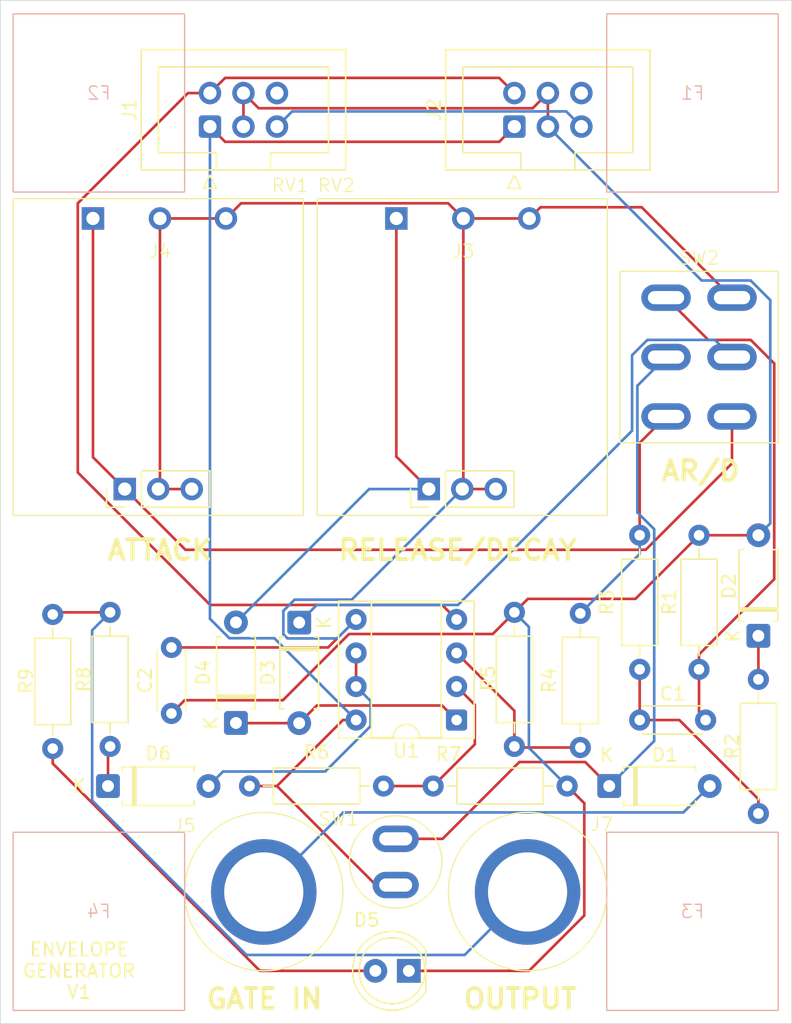
<source format=kicad_pcb>
(kicad_pcb (version 20241229) (generator "pcbnew") (generator_version "9.0")
  (layers (0 "F.Cu" signal) (2 "B.Cu" signal) (13 "F.Paste" user) (15 "B.Paste" user) (5 "F.SilkS" user "F.Silkscreen") (7 "B.SilkS" user "B.Silkscreen") (1 "F.Mask" user) (3 "B.Mask" user) (25 "Edge.Cuts" user))
  (net 0 "")
  (net 1 "Net-(C1-Pad2)")
  (net 2 "Net-(SW2A-C)")
  (net 3 "GND")
  (net 4 "Net-(J3-Pin_2)")
  (net 5 "Net-(D1-K)")
  (net 6 "Net-(D1-A)")
  (net 7 "Net-(D2-K)")
  (net 8 "Net-(D3-A)")
  (net 9 "Net-(D3-K)")
  (net 10 "Net-(D4-A)")
  (net 11 "Net-(D5-A)")
  (net 12 "Net-(D6-A)")
  (net 13 "Net-(D6-K)")
  (net 14 "-12V")
  (net 15 "5V")
  (net 16 "12V")
  (net 19 "Net-(J4-Pin_1)")
  (net 20 "Net-(J7-Pin_1)")
  (net 21 "Net-(SW2A-A)")
  (net 22 "Net-(U1A-+)")
  (net 23 "Net-(U1A--)")
  (footprint "Diode_THT:D_A-405_P7.62mm_Horizontal" (layer "F.Cu") (at 110.19 82)
    (property "Reference" "D1" (at 4.232482 -2.35984 0) (layer "F.SilkS"))
    (property "Value" "D")
    (fp_line (start 1.09 -1.47) (end 6.53 -1.47) (stroke (width 0.12)) (layer "F.SilkS"))
    (fp_line (start 1.09 -1.14) (end 1.09 -1.47) (stroke (width 0.12)) (layer "F.SilkS"))
    (fp_line (start 1.09 1.14) (end 1.09 1.47) (stroke (width 0.12)) (layer "F.SilkS"))
    (fp_line (start 1.09 1.47) (end 6.53 1.47) (stroke (width 0.12)) (layer "F.SilkS"))
    (fp_line (start 1.87 -1.47) (end 1.87 1.47) (stroke (width 0.12)) (layer "F.SilkS"))
    (fp_line (start 1.99 -1.47) (end 1.99 1.47) (stroke (width 0.12)) (layer "F.SilkS"))
    (fp_line (start 2.11 -1.47) (end 2.11 1.47) (stroke (width 0.12)) (layer "F.SilkS"))
    (fp_line (start 6.53 -1.47) (end 6.53 -1.14) (stroke (width 0.12)) (layer "F.SilkS"))
    (fp_line (start 6.53 1.47) (end 6.53 1.14) (stroke (width 0.12)) (layer "F.SilkS"))
    (fp_text user "K" (at -0.19 -2.363905 0) (layer "F.SilkS"))
    (pad "1" thru_hole roundrect (at 0 0) (size 1.8 1.8) (drill 0.9) (layers "*.Cu" "*.Mask") (roundrect_rratio 0.138889) (net 5 "Net-(D1-K)"))
    (pad "2" thru_hole circle (at 7.62 0) (size 1.8 1.8) (drill 0.9) (layers "*.Cu" "*.Mask") (net 6 "Net-(D1-A)"))
  )
  (footprint "Diode_THT:D_A-405_P7.62mm_Horizontal" (layer "F.Cu") (at 121.5 70.62 90)
    (property "Reference" "D2" (at 3.756321 -2.238372 90) (layer "F.SilkS"))
    (property "Value" "D")
    (fp_line (start 6.53 -1.47) (end 6.53 -1.14) (stroke (width 0.12)) (layer "F.SilkS"))
    (fp_line (start 2.11 -1.47) (end 2.11 1.47) (stroke (width 0.12)) (layer "F.SilkS"))
    (fp_line (start 1.99 -1.47) (end 1.99 1.47) (stroke (width 0.12)) (layer "F.SilkS"))
    (fp_line (start 1.87 -1.47) (end 1.87 1.47) (stroke (width 0.12)) (layer "F.SilkS"))
    (fp_line (start 1.09 -1.47) (end 6.53 -1.47) (stroke (width 0.12)) (layer "F.SilkS"))
    (fp_line (start 1.09 -1.14) (end 1.09 -1.47) (stroke (width 0.12)) (layer "F.SilkS"))
    (fp_line (start 1.09 1.14) (end 1.09 1.47) (stroke (width 0.12)) (layer "F.SilkS"))
    (fp_line (start 6.53 1.47) (end 6.53 1.14) (stroke (width 0.12)) (layer "F.SilkS"))
    (fp_line (start 1.09 1.47) (end 6.53 1.47) (stroke (width 0.12)) (layer "F.SilkS"))
    (pad "1" thru_hole roundrect (at 0 0 90) (size 1.8 1.8) (drill 0.9) (layers "*.Cu" "*.Mask") (roundrect_rratio 0.138889) (net 7 "Net-(D2-K)"))
    (pad "2" thru_hole circle (at 7.62 0 90) (size 1.8 1.8) (drill 0.9) (layers "*.Cu" "*.Mask") (net 3 "GND"))
  )
  (footprint "modular2:pot" (layer "F.Cu") (at 99.13 42)
    (property "Reference" "J3" (at 0 -0.5 0) (layer "F.SilkS") (effects (font (thickness 0.1))))
    (property "Value" "Pot")
    (pad "1" thru_hole rect (at -5.08 -3 90) (size 1.7 1.7) (drill 1) (layers "*.Cu" "*.Mask") (net 10 "Net-(D4-A)"))
    (pad "2" thru_hole circle (at 0 -3 90) (size 1.7 1.7) (drill 1) (layers "*.Cu" "*.Mask") (net 4 "Net-(J3-Pin_2)"))
    (pad "3" thru_hole circle (at 5 -3 90) (size 1.7 1.7) (drill 1) (layers "*.Cu" "*.Mask") (net 4 "Net-(J3-Pin_2)"))
  )
  (footprint "Resistor_THT:R_Axial_DIN0207_L6.3mm_D2.5mm_P10.16mm_Horizontal" (layer "F.Cu") (at 93.08 82 180)
    (property "Reference" "R6" (at 5.08 2.554865 0) (layer "F.SilkS"))
    (property "Value" "47K")
    (fp_line (start 9.12 0) (end 8.35 0) (stroke (width 0.12)) (layer "F.SilkS"))
    (fp_line (start 1.04 0) (end 1.81 0) (stroke (width 0.12)) (layer "F.SilkS"))
    (fp_rect (start 1.81 -1.37) (end 8.35 1.37) (stroke (width 0.12)) (fill no) (layer "F.SilkS"))
    (pad "1" thru_hole circle (at 0 0 180) (size 1.6 1.6) (drill 0.8) (layers "*.Cu" "*.Mask") (net 23 "Net-(U1A--)"))
    (pad "2" thru_hole circle (at 10.16 0 180) (size 1.6 1.6) (drill 0.8) (layers "*.Cu" "*.Mask") (net 16 "12V"))
  )
  (footprint "Resistor_THT:R_Axial_DIN0207_L6.3mm_D2.5mm_P10.16mm_Horizontal" (layer "F.Cu") (at 103 68.84 -90)
    (property "Reference" "R5" (at 5 2 90) (layer "F.SilkS"))
    (property "Value" "100K")
    (fp_line (start 1.04 0) (end 1.81 0) (stroke (width 0.12)) (layer "F.SilkS"))
    (fp_line (start 9.12 0) (end 8.35 0) (stroke (width 0.12)) (layer "F.SilkS"))
    (fp_rect (start 1.81 -1.37) (end 8.35 1.37) (stroke (width 0.12)) (fill no) (layer "F.SilkS"))
    (pad "1" thru_hole circle (at 0 0 270) (size 1.6 1.6) (drill 0.8) (layers "*.Cu" "*.Mask") (net 3 "GND"))
    (pad "2" thru_hole circle (at 10.16 0 270) (size 1.6 1.6) (drill 0.8) (layers "*.Cu" "*.Mask") (net 22 "Net-(U1A-+)"))
  )
  (footprint "Capacitor_THT:C_Disc_D4.3mm_W1.9mm_P5.00mm" (layer "F.Cu") (at 77 71.5 -90)
    (property "Reference" "C2" (at 2.5 2 90) (layer "F.SilkS"))
    (property "Value" "10uF")
    (fp_line (start 4.77 1.07) (end 0.23 1.07) (stroke (width 0.12)) (layer "F.SilkS"))
    (fp_line (start 4.77 1.014) (end 4.77 1.07) (stroke (width 0.12)) (layer "F.SilkS"))
    (fp_line (start 0.23 -1.014) (end 0.23 -1.07) (stroke (width 0.12)) (layer "F.SilkS"))
    (fp_line (start 0.23 -1.07) (end 4.77 -1.07) (stroke (width 0.12)) (layer "F.SilkS"))
    (pad "1" thru_hole circle (at 0 0 270) (size 1.6 1.6) (drill 0.8) (layers "*.Cu" "*.Mask") (net 4 "Net-(J3-Pin_2)"))
    (pad "2" thru_hole circle (at 5 0 270) (size 1.6 1.6) (drill 0.8) (layers "*.Cu" "*.Mask") (net 3 "GND"))
  )
  (footprint "Resistor_THT:R_Axial_DIN0207_L6.3mm_D2.5mm_P10.16mm_Horizontal" (layer "F.Cu") (at 72.350412 68.84 -90)
    (property "Reference" "R8" (at 5.08 2 90) (layer "F.SilkS"))
    (property "Value" "1K")
    (fp_line (start 1.04 0) (end 1.81 0) (stroke (width 0.12)) (layer "F.SilkS"))
    (fp_line (start 9.12 0) (end 8.35 0) (stroke (width 0.12)) (layer "F.SilkS"))
    (fp_rect (start 1.81 -1.37) (end 8.35 1.37) (stroke (width 0.12)) (fill no) (layer "F.SilkS"))
    (pad "1" thru_hole circle (at 0 0 270) (size 1.6 1.6) (drill 0.8) (layers "*.Cu" "*.Mask") (net 20 "Net-(J7-Pin_1)"))
    (pad "2" thru_hole circle (at 10.16 0 270) (size 1.6 1.6) (drill 0.8) (layers "*.Cu" "*.Mask") (net 13 "Net-(D6-K)"))
  )
  (footprint "Diode_THT:D_A-405_P7.62mm_Horizontal" (layer "F.Cu") (at 86.68595 69.615537 -90)
    (property "Reference" "D3" (at 3.80327 2.375683 90) (layer "F.SilkS"))
    (property "Value" "D")
    (fp_line (start 1.09 1.47) (end 6.53 1.47) (stroke (width 0.12)) (layer "F.SilkS"))
    (fp_line (start 6.53 1.47) (end 6.53 1.14) (stroke (width 0.12)) (layer "F.SilkS"))
    (fp_line (start 1.09 1.14) (end 1.09 1.47) (stroke (width 0.12)) (layer "F.SilkS"))
    (fp_line (start 1.09 -1.14) (end 1.09 -1.47) (stroke (width 0.12)) (layer "F.SilkS"))
    (fp_line (start 1.09 -1.47) (end 6.53 -1.47) (stroke (width 0.12)) (layer "F.SilkS"))
    (fp_line (start 1.87 -1.47) (end 1.87 1.47) (stroke (width 0.12)) (layer "F.SilkS"))
    (fp_line (start 1.99 -1.47) (end 1.99 1.47) (stroke (width 0.12)) (layer "F.SilkS"))
    (fp_line (start 2.11 -1.47) (end 2.11 1.47) (stroke (width 0.12)) (layer "F.SilkS"))
    (fp_line (start 6.53 -1.47) (end 6.53 -1.14) (stroke (width 0.12)) (layer "F.SilkS"))
    (fp_text user "K" (at 0 -1.9 90) (layer "F.SilkS"))
    (pad "1" thru_hole roundrect (at 0 0 270) (size 1.8 1.8) (drill 0.9) (layers "*.Cu" "*.Mask") (roundrect_rratio 0.138889) (net 9 "Net-(D3-K)"))
    (pad "2" thru_hole circle (at 7.62 0 270) (size 1.8 1.8) (drill 0.9) (layers "*.Cu" "*.Mask") (net 8 "Net-(D3-A)"))
  )
  (footprint "modular2:banana-jack" (layer "F.Cu") (at 104 90)
    (property "Reference" "J7" (at 5.623946 -5.097804 0) (layer "F.SilkS") (effects (font (thickness 0.1))))
    (property "Value" "Output")
    (fp_circle (center 0 0) (end 6 0) (stroke (width 0.1)) (fill no) (layer "F.SilkS"))
    (pad "1" thru_hole circle (at 0 0.024938) (size 8 8) (drill 6) (layers "*.Cu" "*.Mask") (net 20 "Net-(J7-Pin_1)"))
  )
  (footprint "Resistor_THT:R_Axial_DIN0207_L6.3mm_D2.5mm_P10.16mm_Horizontal" (layer "F.Cu") (at 112.5 63 -90)
    (property "Reference" "R3" (at 5.08 2.5 90) (layer "F.SilkS"))
    (property "Value" "100K")
    (fp_line (start 1.04 0) (end 1.81 0) (stroke (width 0.12)) (layer "F.SilkS"))
    (fp_line (start 9.12 0) (end 8.35 0) (stroke (width 0.12)) (layer "F.SilkS"))
    (fp_rect (start 1.81 -1.37) (end 8.35 1.37) (stroke (width 0.12)) (fill no) (layer "F.SilkS"))
    (pad "1" thru_hole circle (at 0 0 270) (size 1.6 1.6) (drill 0.8) (layers "*.Cu" "*.Mask") (net 21 "Net-(SW2A-A)"))
    (pad "2" thru_hole circle (at 10.16 0 270) (size 1.6 1.6) (drill 0.8) (layers "*.Cu" "*.Mask") (net 1 "Net-(C1-Pad2)"))
  )
  (footprint "modular2:pot" (layer "F.Cu") (at 76.13 42)
    (property "Reference" "J4" (at 0 -0.5 0) (layer "F.SilkS") (effects (font (thickness 0.1))))
    (property "Value" "Pot")
    (pad "1" thru_hole rect (at -5.08 -3 90) (size 1.7 1.7) (drill 1) (layers "*.Cu" "*.Mask") (net 19 "Net-(J4-Pin_1)"))
    (pad "2" thru_hole circle (at 0 -3 90) (size 1.7 1.7) (drill 1) (layers "*.Cu" "*.Mask") (net 4 "Net-(J3-Pin_2)"))
    (pad "3" thru_hole circle (at 5 -3 90) (size 1.7 1.7) (drill 1) (layers "*.Cu" "*.Mask") (net 4 "Net-(J3-Pin_2)"))
  )
  (footprint "Diode_THT:D_A-405_P7.62mm_Horizontal" (layer "F.Cu") (at 81.890955 77.221157 90)
    (property "Reference" "D4" (at 3.81 -2.47 90) (layer "F.SilkS"))
    (property "Value" "~" (hide yes))
    (fp_line (start 6.53 -1.47) (end 6.53 -1.14) (stroke (width 0.12)) (layer "F.SilkS"))
    (fp_line (start 2.11 -1.47) (end 2.11 1.47) (stroke (width 0.12)) (layer "F.SilkS"))
    (fp_line (start 1.99 -1.47) (end 1.99 1.47) (stroke (width 0.12)) (layer "F.SilkS"))
    (fp_line (start 1.87 -1.47) (end 1.87 1.47) (stroke (width 0.12)) (layer "F.SilkS"))
    (fp_line (start 1.09 -1.47) (end 6.53 -1.47) (stroke (width 0.12)) (layer "F.SilkS"))
    (fp_line (start 1.09 -1.14) (end 1.09 -1.47) (stroke (width 0.12)) (layer "F.SilkS"))
    (fp_line (start 1.09 1.14) (end 1.09 1.47) (stroke (width 0.12)) (layer "F.SilkS"))
    (fp_line (start 6.53 1.47) (end 6.53 1.14) (stroke (width 0.12)) (layer "F.SilkS"))
    (fp_line (start 1.09 1.47) (end 6.53 1.47) (stroke (width 0.12)) (layer "F.SilkS"))
    (fp_text user "K" (at 0 -1.9 90) (layer "F.SilkS"))
    (pad "1" thru_hole roundrect (at 0 0 90) (size 1.8 1.8) (drill 0.9) (layers "*.Cu" "*.Mask") (roundrect_rratio 0.138889) (net 8 "Net-(D3-A)"))
    (pad "2" thru_hole circle (at 7.62 0 90) (size 1.8 1.8) (drill 0.9) (layers "*.Cu" "*.Mask") (net 10 "Net-(D4-A)"))
  )
  (footprint "Connector_IDC:IDC-Header_2x03_P2.54mm_Vertical" (layer "F.Cu") (at 103 32.04 90)
    (property "Reference" "J2" (at 1.27 -6.1 90) (layer "F.SilkS"))
    (property "Value" "Power")
    (fp_line (start 5.83 -5.21) (end 5.83 10.29) (stroke (width 0.12)) (layer "F.SilkS"))
    (fp_line (start -3.29 -5.21) (end 5.83 -5.21) (stroke (width 0.12)) (layer "F.SilkS"))
    (fp_line (start 4.52 -3.91) (end 4.52 8.99) (stroke (width 0.12)) (layer "F.SilkS"))
    (fp_line (start -1.98 -3.91) (end 4.52 -3.91) (stroke (width 0.12)) (layer "F.SilkS"))
    (fp_line (start -4.68 -0.5) (end -4.68 0.5) (stroke (width 0.12)) (layer "F.SilkS"))
    (fp_line (start -3.68 0) (end -4.68 -0.5) (stroke (width 0.12)) (layer "F.SilkS"))
    (fp_line (start -1.98 0.49) (end -1.98 -3.91) (stroke (width 0.12)) (layer "F.SilkS"))
    (fp_line (start -3.29 0.49) (end -1.98 0.49) (stroke (width 0.12)) (layer "F.SilkS"))
    (fp_line (start -4.68 0.5) (end -3.68 0) (stroke (width 0.12)) (layer "F.SilkS"))
    (fp_line (start -1.98 4.59) (end -3.29 4.59) (stroke (width 0.12)) (layer "F.SilkS"))
    (fp_line (start 4.52 8.99) (end -1.98 8.99) (stroke (width 0.12)) (layer "F.SilkS"))
    (fp_line (start -1.98 8.99) (end -1.98 4.59) (stroke (width 0.12)) (layer "F.SilkS"))
    (fp_line (start 5.83 10.29) (end -3.29 10.29) (stroke (width 0.12)) (layer "F.SilkS"))
    (fp_line (start -3.29 10.29) (end -3.29 -5.21) (stroke (width 0.12)) (layer "F.SilkS"))
    (pad "1" thru_hole roundrect (at 0 0 90) (size 1.7 1.7) (drill 1) (layers "*.Cu" "*.Mask") (roundrect_rratio 0.147059) (net 16 "12V"))
    (pad "2" thru_hole circle (at 2.54 0 90) (size 1.7 1.7) (drill 1) (layers "*.Cu" "*.Mask") (net 14 "-12V"))
    (pad "3" thru_hole circle (at 0 2.54 90) (size 1.7 1.7) (drill 1) (layers "*.Cu" "*.Mask") (net 3 "GND"))
    (pad "4" thru_hole circle (at 2.54 2.54 90) (size 1.7 1.7) (drill 1) (layers "*.Cu" "*.Mask") (net 3 "GND"))
    (pad "5" thru_hole circle (at 0 5.08 90) (size 1.7 1.7) (drill 1) (layers "*.Cu" "*.Mask") (net 15 "5V"))
    (pad "6" thru_hole circle (at 2.54 5.08 90) (size 1.7 1.7) (drill 1) (layers "*.Cu" "*.Mask"))
  )
  (footprint "Connector_IDC:IDC-Header_2x03_P2.54mm_Vertical" (layer "F.Cu") (at 79.92 32.04 90)
    (property "Reference" "J1" (at 1.27 -6.1 90) (layer "F.SilkS"))
    (property "Value" "Power")
    (fp_line (start 5.83 -5.21) (end 5.83 10.29) (stroke (width 0.12)) (layer "F.SilkS"))
    (fp_line (start -3.29 -5.21) (end 5.83 -5.21) (stroke (width 0.12)) (layer "F.SilkS"))
    (fp_line (start 4.52 -3.91) (end 4.52 8.99) (stroke (width 0.12)) (layer "F.SilkS"))
    (fp_line (start -1.98 -3.91) (end 4.52 -3.91) (stroke (width 0.12)) (layer "F.SilkS"))
    (fp_line (start -4.68 -0.5) (end -4.68 0.5) (stroke (width 0.12)) (layer "F.SilkS"))
    (fp_line (start -3.68 0) (end -4.68 -0.5) (stroke (width 0.12)) (layer "F.SilkS"))
    (fp_line (start -1.98 0.49) (end -1.98 -3.91) (stroke (width 0.12)) (layer "F.SilkS"))
    (fp_line (start -3.29 0.49) (end -1.98 0.49) (stroke (width 0.12)) (layer "F.SilkS"))
    (fp_line (start -4.68 0.5) (end -3.68 0) (stroke (width 0.12)) (layer "F.SilkS"))
    (fp_line (start -1.98 4.59) (end -3.29 4.59) (stroke (width 0.12)) (layer "F.SilkS"))
    (fp_line (start 4.52 8.99) (end -1.98 8.99) (stroke (width 0.12)) (layer "F.SilkS"))
    (fp_line (start -1.98 8.99) (end -1.98 4.59) (stroke (width 0.12)) (layer "F.SilkS"))
    (fp_line (start 5.83 10.29) (end -3.29 10.29) (stroke (width 0.12)) (layer "F.SilkS"))
    (fp_line (start -3.29 10.29) (end -3.29 -5.21) (stroke (width 0.12)) (layer "F.SilkS"))
    (pad "1" thru_hole roundrect (at 0 0 90) (size 1.7 1.7) (drill 1) (layers "*.Cu" "*.Mask") (roundrect_rratio 0.147059) (net 16 "12V"))
    (pad "2" thru_hole circle (at 2.54 0 90) (size 1.7 1.7) (drill 1) (layers "*.Cu" "*.Mask") (net 14 "-12V"))
    (pad "3" thru_hole circle (at 0 2.54 90) (size 1.7 1.7) (drill 1) (layers "*.Cu" "*.Mask") (net 3 "GND"))
    (pad "4" thru_hole circle (at 2.54 2.54 90) (size 1.7 1.7) (drill 1) (layers "*.Cu" "*.Mask") (net 3 "GND"))
    (pad "5" thru_hole circle (at 0 5.08 90) (size 1.7 1.7) (drill 1) (layers "*.Cu" "*.Mask") (net 15 "5V"))
    (pad "6" thru_hole circle (at 2.54 5.08 90) (size 1.7 1.7) (drill 1) (layers "*.Cu" "*.Mask"))
  )
  (footprint "LED_THT:LED_D5.0mm" (layer "F.Cu") (at 95 96 180)
    (property "Reference" "D5" (at 3.198358 3.848497 0) (layer "F.SilkS"))
    (property "Value" "LED")
    (fp_line (start -1.29 -1.545) (end -1.29 1.545) (stroke (width 0.12)) (layer "F.SilkS"))
    (fp_arc (start 4.26 0) (mid 2.071779 2.880495) (end -1.29 1.54483) (stroke (width 0.12)) (layer "F.SilkS"))
    (fp_arc (start -1.29 -1.54483) (mid 2.071779 -2.880495) (end 4.26 0) (stroke (width 0.12)) (layer "F.SilkS"))
    (fp_circle (center 1.27 0) (end 3.77 0) (stroke (width 0.12)) (fill no) (layer "F.SilkS"))
    (pad "1" thru_hole rect (at 0 0 180) (size 1.8 1.8) (drill 0.9) (layers "*.Cu" "*.Mask") (net 3 "GND"))
    (pad "2" thru_hole circle (at 2.54 0 180) (size 1.8 1.8) (drill 0.9) (layers "*.Cu" "*.Mask") (net 11 "Net-(D5-A)"))
  )
  (footprint "Resistor_THT:R_Axial_DIN0207_L6.3mm_D2.5mm_P10.16mm_Horizontal" (layer "F.Cu") (at 108 79.08 90)
    (property "Reference" "R4" (at 5.08 -2.37 90) (layer "F.SilkS"))
    (property "Value" "100K")
    (fp_line (start 9.12 0) (end 8.35 0) (stroke (width 0.12)) (layer "F.SilkS"))
    (fp_line (start 1.04 0) (end 1.81 0) (stroke (width 0.12)) (layer "F.SilkS"))
    (fp_rect (start 1.81 -1.37) (end 8.35 1.37) (stroke (width 0.12)) (fill no) (layer "F.SilkS"))
    (pad "1" thru_hole circle (at 0 0 90) (size 1.6 1.6) (drill 0.8) (layers "*.Cu" "*.Mask") (net 22 "Net-(U1A-+)"))
    (pad "2" thru_hole circle (at 10.16 0 90) (size 1.6 1.6) (drill 0.8) (layers "*.Cu" "*.Mask") (net 21 "Net-(SW2A-A)"))
  )
  (footprint "modular2:pot-socket" (layer "F.Cu") (at 98.05 51.5)
    (property "Reference" "RV2" (at -8.55 -15 0) (layer "F.SilkS") (effects (font (thickness 0.1))))
    (property "Value" "1M")
    (fp_line (start -2.92 9.38) (end -2.92 8) (stroke (width 0.12)) (layer "F.SilkS"))
    (fp_line (start -1.54 9.38) (end -2.92 9.38) (stroke (width 0.12)) (layer "F.SilkS"))
    (fp_line (start -0.27 6.62) (end 4.92 6.62) (stroke (width 0.12)) (layer "F.SilkS"))
    (fp_line (start -0.27 9.38) (end -0.27 6.62) (stroke (width 0.12)) (layer "F.SilkS"))
    (fp_line (start -0.27 9.38) (end 4.92 9.38) (stroke (width 0.12)) (layer "F.SilkS"))
    (fp_line (start 4.92 9.38) (end 4.92 6.62) (stroke (width 0.12)) (layer "F.SilkS"))
    (fp_rect (start -10 -14) (end 12 10) (stroke (width 0.1)) (fill no) (layer "F.SilkS"))
    (pad "" np_thru_hole circle (at -7.5 -11.5) (size 2.2 2.2) (drill 2.2) (layers "*.Cu" "*.Mask"))
    (pad "" np_thru_hole circle (at 9.55 -11.5) (size 2.2 2.2) (drill 2.2) (layers "*.Cu" "*.Mask"))
    (pad "1" thru_hole rect (at -1.54 8 90) (size 1.7 1.7) (drill 1) (layers "*.Cu" "*.Mask") (net 10 "Net-(D4-A)"))
    (pad "2" thru_hole circle (at 1 8 90) (size 1.7 1.7) (drill 1) (layers "*.Cu" "*.Mask") (net 4 "Net-(J3-Pin_2)"))
    (pad "3" thru_hole circle (at 3.54 8 90) (size 1.7 1.7) (drill 1) (layers "*.Cu" "*.Mask") (net 4 "Net-(J3-Pin_2)"))
  )
  (footprint "Resistor_THT:R_Axial_DIN0207_L6.3mm_D2.5mm_P10.16mm_Horizontal" (layer "F.Cu") (at 121.5 73.92 -90)
    (property "Reference" "R2" (at 5.08 2 90) (layer "F.SilkS"))
    (property "Value" "47K")
    (fp_line (start 1.04 0) (end 1.81 0) (stroke (width 0.12)) (layer "F.SilkS"))
    (fp_line (start 9.12 0) (end 8.35 0) (stroke (width 0.12)) (layer "F.SilkS"))
    (fp_rect (start 1.81 -1.37) (end 8.35 1.37) (stroke (width 0.12)) (fill no) (layer "F.SilkS"))
    (pad "1" thru_hole circle (at 0 0 270) (size 1.6 1.6) (drill 0.8) (layers "*.Cu" "*.Mask") (net 7 "Net-(D2-K)"))
    (pad "2" thru_hole circle (at 10.16 0 270) (size 1.6 1.6) (drill 0.8) (layers "*.Cu" "*.Mask") (net 1 "Net-(C1-Pad2)"))
  )
  (footprint "Capacitor_THT:C_Disc_D4.3mm_W1.9mm_P5.00mm" (layer "F.Cu") (at 117.5 77 180)
    (property "Reference" "C1" (at 2.5 2 0) (layer "F.SilkS"))
    (property "Value" "47nF")
    (fp_line (start 4.77 1.07) (end 0.23 1.07) (stroke (width 0.12)) (layer "F.SilkS"))
    (fp_line (start 4.77 1.014) (end 4.77 1.07) (stroke (width 0.12)) (layer "F.SilkS"))
    (fp_line (start 0.23 -1.014) (end 0.23 -1.07) (stroke (width 0.12)) (layer "F.SilkS"))
    (fp_line (start 0.23 -1.07) (end 4.77 -1.07) (stroke (width 0.12)) (layer "F.SilkS"))
    (pad "1" thru_hole circle (at 0 0 180) (size 1.6 1.6) (drill 0.8) (layers "*.Cu" "*.Mask") (net 2 "Net-(SW2A-C)"))
    (pad "2" thru_hole circle (at 5 0 180) (size 1.6 1.6) (drill 0.8) (layers "*.Cu" "*.Mask") (net 1 "Net-(C1-Pad2)"))
  )
  (footprint "Resistor_THT:R_Axial_DIN0207_L6.3mm_D2.5mm_P10.16mm_Horizontal" (layer "F.Cu") (at 117 63 -90)
    (property "Reference" "R1" (at 5.072696 2.25486 90) (layer "F.SilkS"))
    (property "Value" "100K")
    (fp_line (start 1.04 0) (end 1.81 0) (stroke (width 0.12)) (layer "F.SilkS"))
    (fp_line (start 9.12 0) (end 8.35 0) (stroke (width 0.12)) (layer "F.SilkS"))
    (fp_rect (start 1.81 -1.37) (end 8.35 1.37) (stroke (width 0.12)) (fill no) (layer "F.SilkS"))
    (pad "1" thru_hole circle (at 0 0 270) (size 1.6 1.6) (drill 0.8) (layers "*.Cu" "*.Mask") (net 3 "GND"))
    (pad "2" thru_hole circle (at 10.16 0 270) (size 1.6 1.6) (drill 0.8) (layers "*.Cu" "*.Mask") (net 2 "Net-(SW2A-C)"))
  )
  (footprint "modular2:banana-jack" (layer "F.Cu") (at 84 90)
    (property "Reference" "J5" (at -6 -5 0) (layer "F.SilkS") (effects (font (thickness 0.1))))
    (property "Value" "Gate Input")
    (fp_circle (center 0 0) (end 6 0) (stroke (width 0.1)) (fill no) (layer "F.SilkS"))
    (pad "1" thru_hole circle (at 0 0.024938) (size 8 8) (drill 6) (layers "*.Cu" "*.Mask") (net 6 "Net-(D1-A)"))
  )
  (footprint "modular2:pot-socket" (layer "F.Cu") (at 75 51.5)
    (property "Reference" "RV1" (at 11 -15 0) (layer "F.SilkS") (effects (font (thickness 0.1))))
    (property "Value" "250K")
    (fp_line (start -2.92 9.38) (end -2.92 8) (stroke (width 0.12)) (layer "F.SilkS"))
    (fp_line (start -1.54 9.38) (end -2.92 9.38) (stroke (width 0.12)) (layer "F.SilkS"))
    (fp_line (start -0.27 6.62) (end 4.92 6.62) (stroke (width 0.12)) (layer "F.SilkS"))
    (fp_line (start -0.27 9.38) (end -0.27 6.62) (stroke (width 0.12)) (layer "F.SilkS"))
    (fp_line (start -0.27 9.38) (end 4.92 9.38) (stroke (width 0.12)) (layer "F.SilkS"))
    (fp_line (start 4.92 9.38) (end 4.92 6.62) (stroke (width 0.12)) (layer "F.SilkS"))
    (fp_rect (start -10 -14) (end 12 10) (stroke (width 0.1)) (fill no) (layer "F.SilkS"))
    (pad "" np_thru_hole circle (at -7.5 -11.5) (size 2.2 2.2) (drill 2.2) (layers "*.Cu" "*.Mask"))
    (pad "" np_thru_hole circle (at 9.55 -11.5) (size 2.2 2.2) (drill 2.2) (layers "*.Cu" "*.Mask"))
    (pad "1" thru_hole rect (at -1.54 8 90) (size 1.7 1.7) (drill 1) (layers "*.Cu" "*.Mask") (net 19 "Net-(J4-Pin_1)"))
    (pad "2" thru_hole circle (at 1 8 90) (size 1.7 1.7) (drill 1) (layers "*.Cu" "*.Mask") (net 4 "Net-(J3-Pin_2)"))
    (pad "3" thru_hole circle (at 3.54 8 90) (size 1.7 1.7) (drill 1) (layers "*.Cu" "*.Mask") (net 4 "Net-(J3-Pin_2)"))
  )
  (footprint "modular2:switch2" (layer "F.Cu") (at 117 49.5)
    (property "Reference" "SW2" (at 0 -7.5 0) (layer "F.SilkS") (effects (font (thickness 0.1))))
    (property "Value" "AR/D Switch")
    (fp_rect (start -6 -6.5) (end 6 6.5) (stroke (width 0.1)) (fill no) (layer "F.SilkS"))
    (pad "1" thru_hole oval (at -2.5 4.5) (size 3.75 2) (drill oval 2.75 1) (layers "*.Cu" "*.Mask") (net 21 "Net-(SW2A-A)"))
    (pad "2" thru_hole oval (at -2.5 0) (size 3.75 2) (drill oval 2.75 1) (layers "*.Cu" "*.Mask") (net 5 "Net-(D1-K)"))
    (pad "3" thru_hole oval (at -2.5 -4.5) (size 3.75 2) (drill oval 2.75 1) (layers "*.Cu" "*.Mask") (net 2 "Net-(SW2A-C)"))
    (pad "4" thru_hole oval (at 2.5 4.5) (size 3.75 2) (drill oval 2.75 1) (layers "*.Cu" "*.Mask") (net 19 "Net-(J4-Pin_1)"))
    (pad "5" thru_hole oval (at 2.5 0) (size 3.75 2) (drill oval 2.75 1) (layers "*.Cu" "*.Mask") (net 9 "Net-(D3-K)"))
    (pad "6" thru_hole oval (at 2.5 -4.5) (size 3.75 2) (drill oval 2.75 1) (layers "*.Cu" "*.Mask") (net 4 "Net-(J3-Pin_2)"))
  )
  (footprint "modular2:button1" (layer "F.Cu") (at 94 87.75)
    (property "Reference" "SW1" (at -4.322762 -3.251607 0) (layer "F.SilkS") (effects (font (thickness 0.1))))
    (property "Value" "Gate Button")
    (fp_circle (center 0 0) (end 3.5 0) (stroke (width 0.1)) (fill no) (layer "F.SilkS"))
    (pad "1" thru_hole oval (at 0 1.75) (size 3.5 2) (drill oval 2.5 1) (layers "*.Cu" "*.Mask") (net 16 "12V"))
    (pad "2" thru_hole oval (at 0 -1.75) (size 3.5 2) (drill oval 2.5 1) (layers "*.Cu" "*.Mask") (net 5 "Net-(D1-K)"))
  )
  (footprint "Resistor_THT:R_Axial_DIN0207_L6.3mm_D2.5mm_P10.16mm_Horizontal" (layer "F.Cu") (at 107 82 180)
    (property "Reference" "R7" (at 9 2.424011 0) (layer "F.SilkS"))
    (property "Value" "5.1K")
    (fp_line (start 9.12 0) (end 8.35 0) (stroke (width 0.12)) (layer "F.SilkS"))
    (fp_line (start 1.04 0) (end 1.81 0) (stroke (width 0.12)) (layer "F.SilkS"))
    (fp_rect (start 1.81 -1.37) (end 8.35 1.37) (stroke (width 0.12)) (fill no) (layer "F.SilkS"))
    (pad "1" thru_hole circle (at 0 0 180) (size 1.6 1.6) (drill 0.8) (layers "*.Cu" "*.Mask") (net 3 "GND"))
    (pad "2" thru_hole circle (at 10.16 0 180) (size 1.6 1.6) (drill 0.8) (layers "*.Cu" "*.Mask") (net 23 "Net-(U1A--)"))
  )
  (footprint "Diode_THT:D_A-405_P7.62mm_Horizontal" (layer "F.Cu") (at 72.19 82)
    (property "Reference" "D6" (at 3.81 -2.47 0) (layer "F.SilkS"))
    (property "Value" "~" (hide yes))
    (fp_line (start 1.09 -1.47) (end 6.53 -1.47) (stroke (width 0.12)) (layer "F.SilkS"))
    (fp_line (start 1.09 -1.14) (end 1.09 -1.47) (stroke (width 0.12)) (layer "F.SilkS"))
    (fp_line (start 1.09 1.14) (end 1.09 1.47) (stroke (width 0.12)) (layer "F.SilkS"))
    (fp_line (start 1.09 1.47) (end 6.53 1.47) (stroke (width 0.12)) (layer "F.SilkS"))
    (fp_line (start 1.87 -1.47) (end 1.87 1.47) (stroke (width 0.12)) (layer "F.SilkS"))
    (fp_line (start 1.99 -1.47) (end 1.99 1.47) (stroke (width 0.12)) (layer "F.SilkS"))
    (fp_line (start 2.11 -1.47) (end 2.11 1.47) (stroke (width 0.12)) (layer "F.SilkS"))
    (fp_line (start 6.53 -1.47) (end 6.53 -1.14) (stroke (width 0.12)) (layer "F.SilkS"))
    (fp_line (start 6.53 1.47) (end 6.53 1.14) (stroke (width 0.12)) (layer "F.SilkS"))
    (fp_text user "K" (at -2.19 0 0) (layer "F.SilkS"))
    (pad "1" thru_hole roundrect (at 0 0) (size 1.8 1.8) (drill 0.9) (layers "*.Cu" "*.Mask") (roundrect_rratio 0.138889) (net 13 "Net-(D6-K)"))
    (pad "2" thru_hole circle (at 7.62 0) (size 1.8 1.8) (drill 0.9) (layers "*.Cu" "*.Mask") (net 12 "Net-(D6-A)"))
  )
  (footprint "Package_DIP:DIP-8_W7.62mm_Socket" (layer "F.Cu") (at 98.62 77 180)
    (property "Reference" "U1" (at 3.81 -2.33 0) (layer "F.SilkS"))
    (property "Value" "TL072")
    (fp_line (start 6.46 8.95) (end 6.46 -1.33) (stroke (width 0.12)) (layer "F.SilkS"))
    (fp_line (start 6.46 -1.33) (end 4.81 -1.33) (stroke (width 0.12)) (layer "F.SilkS"))
    (fp_line (start 2.81 -1.33) (end 1.16 -1.33) (stroke (width 0.12)) (layer "F.SilkS"))
    (fp_line (start 1.16 8.95) (end 6.46 8.95) (stroke (width 0.12)) (layer "F.SilkS"))
    (fp_line (start 1.16 -1.33) (end 1.16 8.95) (stroke (width 0.12)) (layer "F.SilkS"))
    (fp_rect (start -1.33 -1.39) (end 8.95 9.01) (stroke (width 0.12)) (fill no) (layer "F.SilkS"))
    (fp_arc (start 4.81 -1.33) (mid 3.81 -0.33) (end 2.81 -1.33) (stroke (width 0.12)) (layer "F.SilkS"))
    (pad "1" thru_hole roundrect (at 0 0 180) (size 1.6 1.6) (drill 0.8) (layers "*.Cu" "*.Mask") (roundrect_rratio 0.15625) (net 8 "Net-(D3-A)"))
    (pad "2" thru_hole circle (at 0 2.54 180) (size 1.6 1.6) (drill 0.8) (layers "*.Cu" "*.Mask") (net 23 "Net-(U1A--)"))
    (pad "3" thru_hole circle (at 0 5.08 180) (size 1.6 1.6) (drill 0.8) (layers "*.Cu" "*.Mask") (net 22 "Net-(U1A-+)"))
    (pad "4" thru_hole circle (at 0 7.62 180) (size 1.6 1.6) (drill 0.8) (layers "*.Cu" "*.Mask") (net 14 "-12V"))
    (pad "5" thru_hole circle (at 7.62 7.62 180) (size 1.6 1.6) (drill 0.8) (layers "*.Cu" "*.Mask") (net 4 "Net-(J3-Pin_2)"))
    (pad "6" thru_hole circle (at 7.62 5.08 180) (size 1.6 1.6) (drill 0.8) (layers "*.Cu" "*.Mask") (net 12 "Net-(D6-A)"))
    (pad "7" thru_hole circle (at 7.62 2.54 180) (size 1.6 1.6) (drill 0.8) (layers "*.Cu" "*.Mask") (net 12 "Net-(D6-A)"))
    (pad "8" thru_hole circle (at 7.62 0 180) (size 1.6 1.6) (drill 0.8) (layers "*.Cu" "*.Mask") (net 16 "12V"))
  )
  (footprint "Resistor_THT:R_Axial_DIN0207_L6.3mm_D2.5mm_P10.16mm_Horizontal" (layer "F.Cu") (at 68 79.16 90)
    (property "Reference" "R9" (at 5.122388 -2.038035 90) (layer "F.SilkS"))
    (property "Value" "1K")
    (fp_line (start 9.12 0) (end 8.35 0) (stroke (width 0.12)) (layer "F.SilkS"))
    (fp_line (start 1.04 0) (end 1.81 0) (stroke (width 0.12)) (layer "F.SilkS"))
    (fp_rect (start 1.81 -1.37) (end 8.35 1.37) (stroke (width 0.12)) (fill no) (layer "F.SilkS"))
    (pad "1" thru_hole circle (at 0 0 90) (size 1.6 1.6) (drill 0.8) (layers "*.Cu" "*.Mask") (net 11 "Net-(D5-A)"))
    (pad "2" thru_hole circle (at 10.16 0 90) (size 1.6 1.6) (drill 0.8) (layers "*.Cu" "*.Mask") (net 20 "Net-(J7-Pin_1)"))
  )
  (footprint "modular2:foot" (layer "B.Cu") (at 116.5 92 180)
    (property "Reference" "F3" (at 0 0.5 0) (layer "B.SilkS") (effects (font (thickness 0.1)) (justify mirror)))
    (property "Value" "foot")
    (fp_rect (start -6.5 6.5) (end 6.5 -7) (stroke (width 0.1)) (fill no) (layer "B.SilkS"))
  )
  (footprint "modular2:foot" (layer "B.Cu") (at 71.5 92 180)
    (property "Reference" "F4" (at 0 0.5 0) (layer "B.SilkS") (effects (font (thickness 0.1)) (justify mirror)))
    (property "Value" "foot")
    (fp_rect (start -6.5 6.5) (end 6.5 -7) (stroke (width 0.1)) (fill no) (layer "B.SilkS"))
  )
  (footprint "modular2:foot" (layer "B.Cu") (at 116.5 30 180)
    (property "Reference" "F1" (at 0 0.5 0) (layer "B.SilkS") (effects (font (thickness 0.1)) (justify mirror)))
    (property "Value" "foot")
    (fp_rect (start -6.5 6.5) (end 6.5 -7) (stroke (width 0.1)) (fill no) (layer "B.SilkS"))
  )
  (footprint "modular2:foot" (layer "B.Cu") (at 71.5 30 180)
    (property "Reference" "F2" (at 0 0.5 0) (layer "B.SilkS") (effects (font (thickness 0.1)) (justify mirror)))
    (property "Value" "foot")
    (fp_rect (start -6.5 6.5) (end 6.5 -7) (stroke (width 0.1)) (fill no) (layer "B.SilkS"))
  )
  (gr_rect (start 64.027135 22.474127) (end 124.027135 100) (stroke (width 0.05)) (fill no) (layer "Edge.Cuts"))
  (gr_text "ATTACK" (at 72 65 0) (layer "F.SilkS") (effects (font (size 1.5 1.5) (thickness 0.3) (bold yes)) (justify left bottom)))
  (gr_text "AR/D" (at 114 59 0) (layer "F.SilkS") (effects (font (size 1.5 1.5) (thickness 0.3) (bold yes)) (justify left bottom)))
  (gr_text "ENVELOPE\nGENERATOR\nV1" (at 70 96 0) (layer "F.SilkS") (effects (font (size 1 1))))
  (gr_text "GATE IN" (at 79.492362 99 0) (layer "F.SilkS") (effects (font (size 1.5 1.5) (thickness 0.3) (bold yes)) (justify left bottom)))
  (gr_text "K" (at 119.6 70.62 90) (layer "F.SilkS") (effects (font (size 1 1))))
  (gr_text "OUTPUT" (at 99 99 0) (layer "F.SilkS") (effects (font (size 1.5 1.5) (thickness 0.3) (bold yes)) (justify left bottom)))
  (gr_text "RELEASE/DECAY" (at 89.5 65 0) (layer "F.SilkS") (effects (font (size 1.5 1.5) (thickness 0.3) (bold yes)) (justify left bottom)))
  (segment (start 121.5 82.991529) (end 121.5 84.08) (width 0.2) (layer "F.Cu") (net 1))
  (segment (start 112.5 77) (end 115.508471 77) (width 0.2) (layer "F.Cu") (net 1))
  (segment (start 112.5 73.16) (end 112.5 77) (width 0.2) (layer "F.Cu") (net 1))
  (segment (start 115.508471 77) (end 121.5 82.991529) (width 0.2) (layer "F.Cu") (net 1))
  (segment (start 117 76.5) (end 117.5 77) (width 0.2) (layer "F.Cu") (net 2))
  (segment (start 117.699 48.199) (end 114.5 45) (width 0.2) (layer "F.Cu") (net 2))
  (segment (start 122.701 66.32763) (end 122.701 49.986108) (width 0.2) (layer "F.Cu") (net 2))
  (segment (start 117 73.16) (end 117 72.02863) (width 0.2) (layer "F.Cu") (net 2))
  (segment (start 122.701 49.986108) (end 120.913892 48.199) (width 0.2) (layer "F.Cu") (net 2))
  (segment (start 117 72.02863) (end 122.701 66.32763) (width 0.2) (layer "F.Cu") (net 2))
  (segment (start 120.913892 48.199) (end 117.699 48.199) (width 0.2) (layer "F.Cu") (net 2))
  (segment (start 117 73.16) (end 117 76.5) (width 0.2) (layer "F.Cu") (net 2))
  (segment (start 105.54 29.5) (end 105.54 32.04) (width 0.2) (layer "F.Cu") (net 3))
  (segment (start 85.4491 75.498) (end 78.002 75.498) (width 0.2) (layer "F.Cu") (net 3))
  (segment (start 104.389 30.651) (end 105.54 29.5) (width 0.2) (layer "F.Cu") (net 3))
  (segment (start 103 68.84) (end 101.359 70.481) (width 0.2) (layer "F.Cu") (net 3))
  (segment (start 78.002 75.498) (end 77 76.5) (width 0.2) (layer "F.Cu") (net 3))
  (segment (start 90.4661 70.481) (end 85.4491 75.498) (width 0.2) (layer "F.Cu") (net 3))
  (segment (start 108.301 91.806471) (end 104.107471 96) (width 0.2) (layer "F.Cu") (net 3))
  (segment (start 101.359 70.481) (end 90.4661 70.481) (width 0.2) (layer "F.Cu") (net 3))
  (segment (start 117 63) (end 121.5 63) (width 0.2) (layer "F.Cu") (net 3))
  (segment (start 82.46 29.5) (end 82.46 32.04) (width 0.2) (layer "F.Cu") (net 3))
  (segment (start 117 63) (end 112.181 67.819) (width 0.2) (layer "F.Cu") (net 3))
  (segment (start 82.46 29.5) (end 83.611 30.651) (width 0.2) (layer "F.Cu") (net 3))
  (segment (start 104.021 67.819) (end 103 68.84) (width 0.2) (layer "F.Cu") (net 3))
  (segment (start 83.611 30.651) (end 104.389 30.651) (width 0.2) (layer "F.Cu") (net 3))
  (segment (start 112.181 67.819) (end 104.021 67.819) (width 0.2) (layer "F.Cu") (net 3))
  (segment (start 108.301 83.301) (end 108.301 91.806471) (width 0.2) (layer "F.Cu") (net 3))
  (segment (start 107 82) (end 108.301 83.301) (width 0.2) (layer "F.Cu") (net 3))
  (segment (start 104.107471 96) (end 95 96) (width 0.2) (layer "F.Cu") (net 3))
  (segment (start 117.199 43.699) (end 120.913892 43.699) (width 0.2) (layer "B.Cu") (net 3))
  (segment (start 103 68.84) (end 104.101 69.941) (width 0.2) (layer "B.Cu") (net 3))
  (segment (start 122.4 62.1) (end 121.5 63) (width 0.2) (layer "B.Cu") (net 3))
  (segment (start 120.913892 43.699) (end 122.4 45.185108) (width 0.2) (layer "B.Cu") (net 3))
  (segment (start 122.4 45.185108) (end 122.4 62.1) (width 0.2) (layer "B.Cu") (net 3))
  (segment (start 104.101 69.941) (end 104.101 79.101) (width 0.2) (layer "B.Cu") (net 3))
  (segment (start 105.54 32.04) (end 117.199 43.699) (width 0.2) (layer "B.Cu") (net 3))
  (segment (start 104.101 79.101) (end 107 82) (width 0.2) (layer "B.Cu") (net 3))
  (segment (start 76 59.5) (end 78.54 59.5) (width 0.2) (layer "F.Cu") (net 4))
  (segment (start 81.13 39) (end 76.13 39) (width 0.2) (layer "F.Cu") (net 4))
  (segment (start 112.65 38.15) (end 119.5 45) (width 0.2) (layer "F.Cu") (net 4))
  (segment (start 91 69.38) (end 88.88 71.5) (width 0.2) (layer "F.Cu") (net 4))
  (segment (start 99.13 39) (end 99.13 59.42) (width 0.2) (layer "F.Cu") (net 4))
  (segment (start 104.98 38.15) (end 112.65 38.15) (width 0.2) (layer "F.Cu") (net 4))
  (segment (start 104.13 39) (end 99.13 39) (width 0.2) (layer "F.Cu") (net 4))
  (segment (start 99.13 59.42) (end 99.05 59.5) (width 0.2) (layer "F.Cu") (net 4))
  (segment (start 82.281 37.849) (end 97.979 37.849) (width 0.2) (layer "F.Cu") (net 4))
  (segment (start 99.05 59.5) (end 101.59 59.5) (width 0.2) (layer "F.Cu") (net 4))
  (segment (start 97.979 37.849) (end 99.13 39) (width 0.2) (layer "F.Cu") (net 4))
  (segment (start 88.88 71.5) (end 77 71.5) (width 0.2) (layer "F.Cu") (net 4))
  (segment (start 76.13 39) (end 76.13 59.37) (width 0.2) (layer "F.Cu") (net 4))
  (segment (start 76.13 59.37) (end 76 59.5) (width 0.2) (layer "F.Cu") (net 4))
  (segment (start 81.13 39) (end 82.281 37.849) (width 0.2) (layer "F.Cu") (net 4))
  (segment (start 104.13 39) (end 104.98 38.15) (width 0.2) (layer "F.Cu") (net 4))
  (segment (start 85.48495 68.730377) (end 85.48495 70.500697) (width 0.2) (layer "B.Cu") (net 4))
  (segment (start 85.80079 70.816537) (end 89.563463 70.816537) (width 0.2) (layer "B.Cu") (net 4))
  (segment (start 99.05 59.5) (end 90.672 67.878) (width 0.2) (layer "B.Cu") (net 4))
  (segment (start 85.48495 70.500697) (end 85.80079 70.816537) (width 0.2) (layer "B.Cu") (net 4))
  (segment (start 86.337327 67.878) (end 85.48495 68.730377) (width 0.2) (layer "B.Cu") (net 4))
  (segment (start 89.563463 70.816537) (end 91 69.38) (width 0.2) (layer "B.Cu") (net 4))
  (segment (start 90.672 67.878) (end 86.337327 67.878) (width 0.2) (layer "B.Cu") (net 4))
  (segment (start 103.37605 80.181) (end 108.371 80.181) (width 0.2) (layer "F.Cu") (net 5))
  (segment (start 108.371 80.181) (end 110.19 82) (width 0.2) (layer "F.Cu") (net 5))
  (segment (start 94 86) (end 97.55705 86) (width 0.2) (layer "F.Cu") (net 5))
  (segment (start 97.55705 86) (end 103.37605 80.181) (width 0.2) (layer "F.Cu") (net 5))
  (segment (start 112.324 51.676) (end 112.324 61.26695) (width 0.2) (layer "B.Cu") (net 5))
  (segment (start 114.5 49.5) (end 112.324 51.676) (width 0.2) (layer "B.Cu") (net 5))
  (segment (start 113.601 78.589) (end 110.19 82) (width 0.2) (layer "B.Cu") (net 5))
  (segment (start 112.324 61.26695) (end 113.601 62.54395) (width 0.2) (layer "B.Cu") (net 5))
  (segment (start 113.601 62.54395) (end 113.601 78.589) (width 0.2) (layer "B.Cu") (net 5))
  (segment (start 115.81 84) (end 117.81 82) (width 0.2) (layer "B.Cu") (net 6))
  (segment (start 90.024938 84) (end 115.81 84) (width 0.2) (layer "B.Cu") (net 6))
  (segment (start 84 90.024938) (end 90.024938 84) (width 0.2) (layer "B.Cu") (net 6))
  (segment (start 121.5 73.92) (end 121.5 70.62) (width 0.2) (layer "F.Cu") (net 7))
  (segment (start 98.62 77) (end 97.519 75.899) (width 0.2) (layer "F.Cu") (net 8))
  (segment (start 86.68595 77.235537) (end 86.235537 77.235537) (width 0.2) (layer "F.Cu") (net 8))
  (segment (start 86.68595 77.235537) (end 81.905335 77.235537) (width 0.2) (layer "F.Cu") (net 8))
  (segment (start 81.905335 77.235537) (end 81.890955 77.221157) (width 0.2) (layer "F.Cu") (net 8))
  (segment (start 97.519 75.899) (end 88.022487 75.899) (width 0.2) (layer "F.Cu") (net 8))
  (segment (start 88.022487 75.899) (end 86.68595 77.235537) (width 0.2) (layer "F.Cu") (net 8))
  (segment (start 86.235537 77.235537) (end 86.221157 77.221157) (width 0.2) (layer "F.Cu") (net 8))
  (segment (start 118.199 48.199) (end 119.5 49.5) (width 0.2) (layer "B.Cu") (net 9))
  (segment (start 111.923 55.077) (end 111.923 49.362108) (width 0.2) (layer "B.Cu") (net 9))
  (segment (start 111.923 49.362108) (end 113.086108 48.199) (width 0.2) (layer "B.Cu") (net 9))
  (segment (start 113.086108 48.199) (end 118.199 48.199) (width 0.2) (layer "B.Cu") (net 9))
  (segment (start 98.721 68.279) (end 111.923 55.077) (width 0.2) (layer "B.Cu") (net 9))
  (segment (start 88.022487 68.279) (end 98.721 68.279) (width 0.2) (layer "B.Cu") (net 9))
  (segment (start 86.68595 69.615537) (end 88.022487 68.279) (width 0.2) (layer "B.Cu") (net 9))
  (segment (start 94.05 57.04) (end 96.51 59.5) (width 0.2) (layer "F.Cu") (net 10))
  (segment (start 94.05 39) (end 94.05 57.04) (width 0.2) (layer "F.Cu") (net 10))
  (segment (start 91.992112 59.5) (end 81.890955 69.601157) (width 0.2) (layer "B.Cu") (net 10))
  (segment (start 96.51 59.5) (end 91.992112 59.5) (width 0.2) (layer "B.Cu") (net 10))
  (segment (start 68 80.29137) (end 83.70863 96) (width 0.2) (layer "F.Cu") (net 11))
  (segment (start 83.70863 96) (end 92.46 96) (width 0.2) (layer "F.Cu") (net 11))
  (segment (start 68 79.16) (end 68 80.29137) (width 0.2) (layer "F.Cu") (net 11))
  (segment (start 91 71.92) (end 91 74.46) (width 0.2) (layer "F.Cu") (net 12))
  (segment (start 91 74.46) (end 92.101 75.561) (width 0.2) (layer "B.Cu") (net 12))
  (segment (start 80.911 80.899) (end 79.81 82) (width 0.2) (layer "B.Cu") (net 12))
  (segment (start 92.101 77.45605) (end 88.65805 80.899) (width 0.2) (layer "B.Cu") (net 12))
  (segment (start 88.65805 80.899) (end 80.911 80.899) (width 0.2) (layer "B.Cu") (net 12))
  (segment (start 92.101 75.561) (end 92.101 77.45605) (width 0.2) (layer "B.Cu") (net 12))
  (segment (start 72.19 79.160412) (end 72.350412 79) (width 0.2) (layer "F.Cu") (net 13))
  (segment (start 72.19 82) (end 72.19 79.160412) (width 0.2) (layer "F.Cu") (net 13))
  (segment (start 78.248 29.5) (end 69.899 37.849) (width 0.2) (layer "F.Cu") (net 14))
  (segment (start 97.519 68.279) (end 98.62 69.38) (width 0.2) (layer "F.Cu") (net 14))
  (segment (start 69.899 37.849) (end 69.899 58.241) (width 0.2) (layer "F.Cu") (net 14))
  (segment (start 79.92 29.5) (end 81.071 28.349) (width 0.2) (layer "F.Cu") (net 14))
  (segment (start 79.92 29.5) (end 78.248 29.5) (width 0.2) (layer "F.Cu") (net 14))
  (segment (start 69.899 58.241) (end 79.937 68.279) (width 0.2) (layer "F.Cu") (net 14))
  (segment (start 101.849 28.349) (end 103 29.5) (width 0.2) (layer "F.Cu") (net 14))
  (segment (start 79.937 68.279) (end 97.519 68.279) (width 0.2) (layer "F.Cu") (net 14))
  (segment (start 81.071 28.349) (end 101.849 28.349) (width 0.2) (layer "F.Cu") (net 14))
  (segment (start 86.151 30.889) (end 106.929 30.889) (width 0.2) (layer "B.Cu") (net 15))
  (segment (start 85 32.04) (end 86.151 30.889) (width 0.2) (layer "B.Cu") (net 15))
  (segment (start 106.929 30.889) (end 108.08 32.04) (width 0.2) (layer "B.Cu") (net 15))
  (segment (start 79.92 32.04) (end 81.071 33.191) (width 0.2) (layer "F.Cu") (net 16))
  (segment (start 85 82) (end 92.5 89.5) (width 0.2) (layer "F.Cu") (net 16))
  (segment (start 101.849 33.191) (end 103 32.04) (width 0.2) (layer "F.Cu") (net 16))
  (segment (start 90 77) (end 85 82) (width 0.2) (layer "F.Cu") (net 16))
  (segment (start 85 82) (end 82.92 82) (width 0.2) (layer "F.Cu") (net 16))
  (segment (start 91 77) (end 90 77) (width 0.2) (layer "F.Cu") (net 16))
  (segment (start 92.5 89.5) (end 94 89.5) (width 0.2) (layer "F.Cu") (net 16))
  (segment (start 81.071 33.191) (end 101.849 33.191) (width 0.2) (layer "F.Cu") (net 16))
  (segment (start 84.802157 70.802157) (end 91 77) (width 0.2) (layer "B.Cu") (net 16))
  (segment (start 81.393484 70.802157) (end 84.802157 70.802157) (width 0.2) (layer "B.Cu") (net 16))
  (segment (start 79.92 32.04) (end 79.92 69.328673) (width 0.2) (layer "B.Cu") (net 16))
  (segment (start 79.92 69.328673) (end 81.393484 70.802157) (width 0.2) (layer "B.Cu") (net 16))
  (segment (start 112.95605 64.101) (end 119.5 57.55705) (width 0.2) (layer "F.Cu") (net 19))
  (segment (start 73.46 59.5) (end 78.061 64.101) (width 0.2) (layer "F.Cu") (net 19))
  (segment (start 119.5 57.55705) (end 119.5 54) (width 0.2) (layer "F.Cu") (net 19))
  (segment (start 71.05 57.09) (end 73.46 59.5) (width 0.2) (layer "F.Cu") (net 19))
  (segment (start 78.061 64.101) (end 112.95605 64.101) (width 0.2) (layer "F.Cu") (net 19))
  (segment (start 71.05 39) (end 71.05 57.09) (width 0.2) (layer "F.Cu") (net 19))
  (segment (start 72.350412 68.84) (end 68.16 68.84) (width 0.2) (layer "F.Cu") (net 20))
  (segment (start 68.16 68.84) (end 68 69) (width 0.2) (layer "F.Cu") (net 20))
  (segment (start 70.989 83.096471) (end 82.691529 94.799) (width 0.2) (layer "B.Cu") (net 20))
  (segment (start 99.225938 94.799) (end 104 90.024938) (width 0.2) (layer "B.Cu") (net 20))
  (segment (start 82.691529 94.799) (end 99.225938 94.799) (width 0.2) (layer "B.Cu") (net 20))
  (segment (start 72.350412 68.84) (end 70.989 70.201412) (width 0.2) (layer "B.Cu") (net 20))
  (segment (start 70.989 70.201412) (end 70.989 83.096471) (width 0.2) (layer "B.Cu") (net 20))
  (segment (start 112.5 56) (end 114.5 54) (width 0.2) (layer "F.Cu") (net 21))
  (segment (start 112.5 63) (end 112.5 56) (width 0.2) (layer "F.Cu") (net 21))
  (segment (start 112.5 63) (end 112.5 64.42) (width 0.2) (layer "B.Cu") (net 21))
  (segment (start 112.5 64.42) (end 108 68.92) (width 0.2) (layer "B.Cu") (net 21))
  (segment (start 103 79) (end 103 76.3) (width 0.2) (layer "F.Cu") (net 22))
  (segment (start 103 76.3) (end 98.62 71.92) (width 0.2) (layer "F.Cu") (net 22))
  (segment (start 108 79.08) (end 103.08 79.08) (width 0.2) (layer "F.Cu") (net 22))
  (segment (start 103.08 79.08) (end 103 79) (width 0.2) (layer "F.Cu") (net 22))
  (segment (start 100 75.84) (end 100 78.84) (width 0.2) (layer "F.Cu") (net 23))
  (segment (start 100 78.84) (end 96.84 82) (width 0.2) (layer "F.Cu") (net 23))
  (segment (start 98.62 74.46) (end 100 75.84) (width 0.2) (layer "F.Cu") (net 23))
  (segment (start 93.08 82) (end 96.84 82) (width 0.2) (layer "F.Cu") (net 23))
)
</source>
